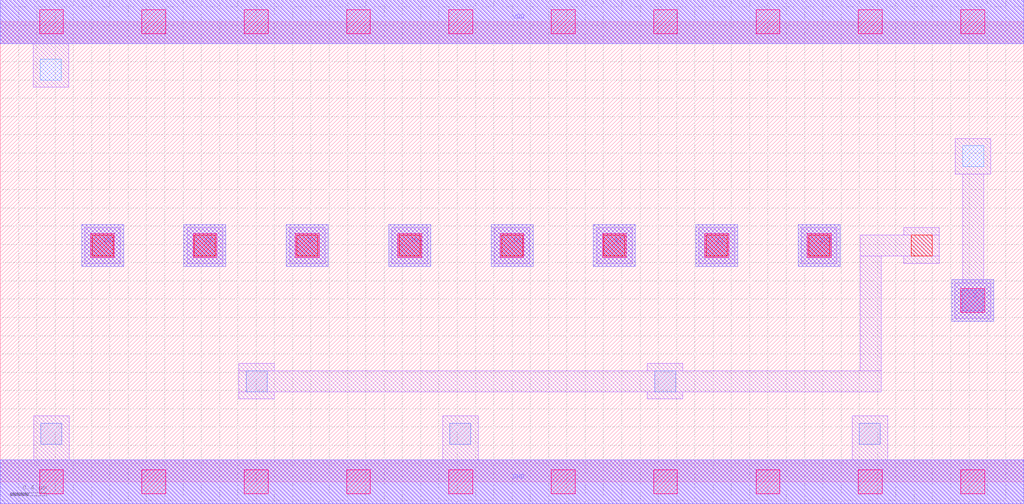
<source format=lef>
MACRO MUX4
 CLASS CORE ;
 FOREIGN MUX4 0 0 ;
 SIZE 11.200000000000001 BY 5.04 ;
 ORIGIN 0 0 ;
 SYMMETRY X Y R90 ;
 SITE unit ;
  PIN VDD
   DIRECTION INOUT ;
   USE POWER ;
   SHAPE ABUTMENT ;
    PORT
     CLASS CORE ;
       LAYER met1 ;
        RECT 0.00000000 4.80000000 11.20000000 5.28000000 ;
       LAYER met2 ;
        RECT 0.00000000 4.80000000 11.20000000 5.28000000 ;
    END
  END VDD

  PIN GND
   DIRECTION INOUT ;
   USE POWER ;
   SHAPE ABUTMENT ;
    PORT
     CLASS CORE ;
       LAYER met1 ;
        RECT 0.00000000 -0.24000000 11.20000000 0.24000000 ;
       LAYER met2 ;
        RECT 0.00000000 -0.24000000 11.20000000 0.24000000 ;
    END
  END GND

  PIN Z
   DIRECTION INOUT ;
   USE SIGNAL ;
   SHAPE ABUTMENT ;
    PORT
     CLASS CORE ;
       LAYER met2 ;
        RECT 10.41000000 1.75500000 10.87000000 2.21500000 ;
    END
  END Z

  PIN IN3
   DIRECTION INOUT ;
   USE SIGNAL ;
   SHAPE ABUTMENT ;
    PORT
     CLASS CORE ;
       LAYER met2 ;
        RECT 0.89000000 2.35700000 1.35000000 2.81700000 ;
    END
  END IN3

  PIN S3
   DIRECTION INOUT ;
   USE SIGNAL ;
   SHAPE ABUTMENT ;
    PORT
     CLASS CORE ;
       LAYER met2 ;
        RECT 2.01000000 2.35700000 2.47000000 2.81700000 ;
    END
  END S3

  PIN IN1
   DIRECTION INOUT ;
   USE SIGNAL ;
   SHAPE ABUTMENT ;
    PORT
     CLASS CORE ;
       LAYER met2 ;
        RECT 5.37000000 2.35700000 5.83000000 2.81700000 ;
    END
  END IN1

  PIN S1
   DIRECTION INOUT ;
   USE SIGNAL ;
   SHAPE ABUTMENT ;
    PORT
     CLASS CORE ;
       LAYER met2 ;
        RECT 6.49000000 2.35700000 6.95000000 2.81700000 ;
    END
  END S1

  PIN S0
   DIRECTION INOUT ;
   USE SIGNAL ;
   SHAPE ABUTMENT ;
    PORT
     CLASS CORE ;
       LAYER met2 ;
        RECT 3.13000000 2.35700000 3.59000000 2.81700000 ;
    END
  END S0

  PIN S2
   DIRECTION INOUT ;
   USE SIGNAL ;
   SHAPE ABUTMENT ;
    PORT
     CLASS CORE ;
       LAYER met2 ;
        RECT 7.61000000 2.35700000 8.07000000 2.81700000 ;
    END
  END S2

  PIN IN2
   DIRECTION INOUT ;
   USE SIGNAL ;
   SHAPE ABUTMENT ;
    PORT
     CLASS CORE ;
       LAYER met2 ;
        RECT 8.73000000 2.35700000 9.19000000 2.81700000 ;
    END
  END IN2

  PIN IN0
   DIRECTION INOUT ;
   USE SIGNAL ;
   SHAPE ABUTMENT ;
    PORT
     CLASS CORE ;
       LAYER met2 ;
        RECT 4.25000000 2.35700000 4.71000000 2.81700000 ;
    END
  END IN0

 OBS
    LAYER polycont ;
     RECT 1.00500000 2.47200000 1.23500000 2.70200000 ;
     RECT 2.12500000 2.47200000 2.35500000 2.70200000 ;
     RECT 3.24500000 2.47200000 3.47500000 2.70200000 ;
     RECT 4.36500000 2.47200000 4.59500000 2.70200000 ;
     RECT 5.48500000 2.47200000 5.71500000 2.70200000 ;
     RECT 6.60500000 2.47200000 6.83500000 2.70200000 ;
     RECT 7.72500000 2.47200000 7.95500000 2.70200000 ;
     RECT 8.84500000 2.47200000 9.07500000 2.70200000 ;
     RECT 9.96500000 2.47200000 10.19500000 2.70200000 ;

    LAYER pdiffc ;
     RECT 10.53000000 3.45000000 10.76000000 3.68000000 ;
     RECT 0.44000000 4.40000000 0.67000000 4.63000000 ;

    LAYER ndiffc ;
     RECT 0.44500000 0.41000000 0.67500000 0.64000000 ;
     RECT 4.92000000 0.41000000 5.15000000 0.64000000 ;
     RECT 9.40000000 0.41000000 9.63000000 0.64000000 ;
     RECT 2.69000000 0.98700000 2.92000000 1.21700000 ;
     RECT 7.16000000 0.98700000 7.39000000 1.21700000 ;
     RECT 10.52500000 1.87000000 10.75500000 2.10000000 ;

    LAYER met1 ;
     RECT 0.00000000 -0.24000000 11.20000000 0.24000000 ;
     RECT 0.36500000 0.24000000 0.75500000 0.72000000 ;
     RECT 4.84000000 0.24000000 5.23000000 0.72000000 ;
     RECT 9.32000000 0.24000000 9.71000000 0.72000000 ;
     RECT 0.92500000 2.39200000 1.31500000 2.78200000 ;
     RECT 2.04500000 2.39200000 2.43500000 2.78200000 ;
     RECT 3.16500000 2.39200000 3.55500000 2.78200000 ;
     RECT 4.28500000 2.39200000 4.67500000 2.78200000 ;
     RECT 5.40500000 2.39200000 5.79500000 2.78200000 ;
     RECT 6.52500000 2.39200000 6.91500000 2.78200000 ;
     RECT 7.64500000 2.39200000 8.03500000 2.78200000 ;
     RECT 8.76500000 2.39200000 9.15500000 2.78200000 ;
     RECT 2.61000000 0.90700000 3.00000000 0.98700000 ;
     RECT 7.08000000 0.90700000 7.47000000 0.98700000 ;
     RECT 2.61000000 0.98700000 9.64000000 1.21700000 ;
     RECT 2.61000000 1.21700000 3.00000000 1.29700000 ;
     RECT 7.08000000 1.21700000 7.47000000 1.29700000 ;
     RECT 9.41000000 1.21700000 9.64000000 2.47200000 ;
     RECT 9.88500000 2.39200000 10.27500000 2.47200000 ;
     RECT 9.41000000 2.47200000 10.27500000 2.70200000 ;
     RECT 9.88500000 2.70200000 10.27500000 2.78200000 ;
     RECT 10.44500000 1.79000000 10.83500000 2.18000000 ;
     RECT 10.53000000 2.18000000 10.76000000 3.37000000 ;
     RECT 10.45000000 3.37000000 10.84000000 3.76000000 ;
     RECT 0.36000000 4.32000000 0.75000000 4.80000000 ;
     RECT 0.00000000 4.80000000 11.20000000 5.28000000 ;

    LAYER via1 ;
     RECT 0.43000000 -0.13000000 0.69000000 0.13000000 ;
     RECT 1.55000000 -0.13000000 1.81000000 0.13000000 ;
     RECT 2.67000000 -0.13000000 2.93000000 0.13000000 ;
     RECT 3.79000000 -0.13000000 4.05000000 0.13000000 ;
     RECT 4.91000000 -0.13000000 5.17000000 0.13000000 ;
     RECT 6.03000000 -0.13000000 6.29000000 0.13000000 ;
     RECT 7.15000000 -0.13000000 7.41000000 0.13000000 ;
     RECT 8.27000000 -0.13000000 8.53000000 0.13000000 ;
     RECT 9.39000000 -0.13000000 9.65000000 0.13000000 ;
     RECT 10.51000000 -0.13000000 10.77000000 0.13000000 ;
     RECT 10.51000000 1.85500000 10.77000000 2.11500000 ;
     RECT 0.99000000 2.45700000 1.25000000 2.71700000 ;
     RECT 2.11000000 2.45700000 2.37000000 2.71700000 ;
     RECT 3.23000000 2.45700000 3.49000000 2.71700000 ;
     RECT 4.35000000 2.45700000 4.61000000 2.71700000 ;
     RECT 5.47000000 2.45700000 5.73000000 2.71700000 ;
     RECT 6.59000000 2.45700000 6.85000000 2.71700000 ;
     RECT 7.71000000 2.45700000 7.97000000 2.71700000 ;
     RECT 8.83000000 2.45700000 9.09000000 2.71700000 ;
     RECT 0.43000000 4.91000000 0.69000000 5.17000000 ;
     RECT 1.55000000 4.91000000 1.81000000 5.17000000 ;
     RECT 2.67000000 4.91000000 2.93000000 5.17000000 ;
     RECT 3.79000000 4.91000000 4.05000000 5.17000000 ;
     RECT 4.91000000 4.91000000 5.17000000 5.17000000 ;
     RECT 6.03000000 4.91000000 6.29000000 5.17000000 ;
     RECT 7.15000000 4.91000000 7.41000000 5.17000000 ;
     RECT 8.27000000 4.91000000 8.53000000 5.17000000 ;
     RECT 9.39000000 4.91000000 9.65000000 5.17000000 ;
     RECT 10.51000000 4.91000000 10.77000000 5.17000000 ;

    LAYER met2 ;
     RECT 0.00000000 -0.24000000 11.20000000 0.24000000 ;
     RECT 10.41000000 1.75500000 10.87000000 2.21500000 ;
     RECT 0.89000000 2.35700000 1.35000000 2.81700000 ;
     RECT 2.01000000 2.35700000 2.47000000 2.81700000 ;
     RECT 3.13000000 2.35700000 3.59000000 2.81700000 ;
     RECT 4.25000000 2.35700000 4.71000000 2.81700000 ;
     RECT 5.37000000 2.35700000 5.83000000 2.81700000 ;
     RECT 6.49000000 2.35700000 6.95000000 2.81700000 ;
     RECT 7.61000000 2.35700000 8.07000000 2.81700000 ;
     RECT 8.73000000 2.35700000 9.19000000 2.81700000 ;
     RECT 0.00000000 4.80000000 11.20000000 5.28000000 ;

 END
END MUX4

</source>
